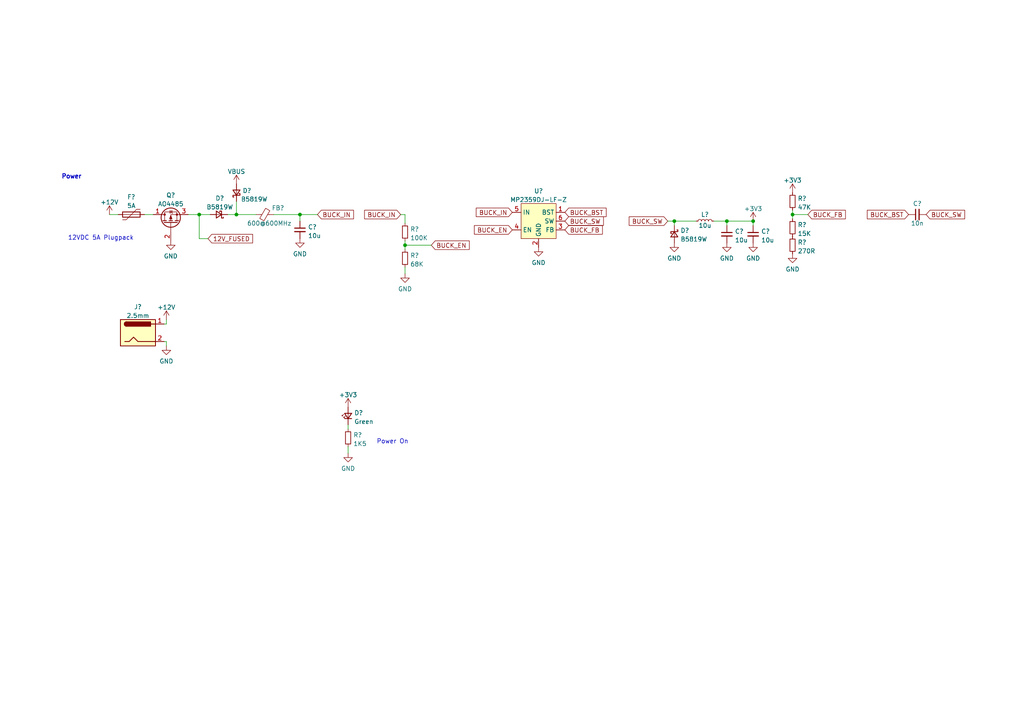
<source format=kicad_sch>
(kicad_sch (version 20211123) (generator eeschema)
  (paper "A4")
  (lib_symbols
    (symbol "Connector:Barrel_Jack" (pin_names (offset 1.016))
      (property "Reference" "J" (at 0 5.334 0))
      (property "Value" "Barrel_Jack" (at 0 -5.08 0))
      (symbol "Barrel_Jack_0_1"
        (rectangle (start -5.08 3.81) (end 5.08 -3.81) (stroke (width 0.254)) (fill (type background)))
        (arc (start -3.302 3.175) (mid -3.937 2.54) (end -3.302 1.905) (stroke (width 0.254)))
        (arc (start -3.302 3.175) (mid -3.937 2.54) (end -3.302 1.905) (stroke (width 0.254)) (fill (type outline)))
        (polyline (pts (xy 5.08 2.54) (xy 3.81 2.54)) (stroke (width 0.254)))
        (polyline (pts (xy -3.81 -2.54) (xy -2.54 -2.54) (xy -1.27 -1.27) (xy 0 -2.54) (xy 2.54 -2.54) (xy 5.08 -2.54)) (stroke (width 0.254)))
        (rectangle (start 3.683 3.175) (end -3.302 1.905) (stroke (width 0.254)) (fill (type outline)))
      )
      (symbol "Barrel_Jack_1_1"
        (pin passive line (at 7.62 2.54 180) (length 2.54) (name "~") (number "1"))
        (pin passive line (at 7.62 -2.54 180) (length 2.54) (name "~") (number "2"))
      )
    )
    (symbol "Device:C_Small" (pin_numbers hide) (pin_names (offset 0.254) hide)
      (property "Reference" "C" (at 0.254 1.778 0))
      (property "Value" "C_Small" (at 0.254 -2.032 0))
      (symbol "C_Small_0_1"
        (polyline (pts (xy -1.524 -0.508) (xy 1.524 -0.508)) (stroke (width 0.3302)))
        (polyline (pts (xy -1.524 0.508) (xy 1.524 0.508)) (stroke (width 0.3048)))
      )
      (symbol "C_Small_1_1"
        (pin passive line (at 0 2.54 270) (length 2.032) (name "~") (number "1"))
        (pin passive line (at 0 -2.54 90) (length 2.032) (name "~") (number "2"))
      )
    )
    (symbol "Device:D_Schottky_Small" (pin_numbers hide) (pin_names (offset 0.254) hide)
      (property "Reference" "D" (at -1.27 2.032 0))
      (property "Value" "D_Schottky_Small" (at -7.112 -2.032 0))
      (symbol "D_Schottky_Small_0_1"
        (polyline (pts (xy -0.762 0) (xy 0.762 0)))
        (polyline (pts (xy 0.762 -1.016) (xy -0.762 0) (xy 0.762 1.016) (xy 0.762 -1.016)) (stroke (width 0.254)))
        (polyline (pts (xy -1.27 0.762) (xy -1.27 1.016) (xy -0.762 1.016) (xy -0.762 -1.016) (xy -0.254 -1.016) (xy -0.254 -0.762)) (stroke (width 0.254)))
      )
      (symbol "D_Schottky_Small_1_1"
        (pin passive line (at -2.54 0 0) (length 1.778) (name "K") (number "1"))
        (pin passive line (at 2.54 0 180) (length 1.778) (name "A") (number "2"))
      )
    )
    (symbol "Device:FerriteBead_Small" (pin_numbers hide) (pin_names (offset 0))
      (property "Reference" "FB" (at 1.905 1.27 0))
      (property "Value" "FerriteBead_Small" (at 1.905 -1.27 0))
      (symbol "FerriteBead_Small_0_1"
        (polyline (pts (xy 0 -1.27) (xy 0 -0.7874)))
        (polyline (pts (xy 0 0.889) (xy 0 1.2954)))
        (polyline (pts (xy -1.8288 0.2794) (xy -1.1176 1.4986) (xy 1.8288 -0.2032) (xy 1.1176 -1.4224) (xy -1.8288 0.2794)))
      )
      (symbol "FerriteBead_Small_1_1"
        (pin passive line (at 0 2.54 270) (length 1.27) (name "~") (number "1"))
        (pin passive line (at 0 -2.54 90) (length 1.27) (name "~") (number "2"))
      )
    )
    (symbol "Device:LED_Small" (pin_numbers hide) (pin_names (offset 0.254) hide)
      (property "Reference" "D" (at -1.27 3.175 0))
      (property "Value" "LED_Small" (at -4.445 -2.54 0))
      (symbol "LED_Small_0_1"
        (polyline (pts (xy -0.762 -1.016) (xy -0.762 1.016)) (stroke (width 0.254)))
        (polyline (pts (xy 1.016 0) (xy -0.762 0)))
        (polyline (pts (xy 0.762 -1.016) (xy -0.762 0) (xy 0.762 1.016) (xy 0.762 -1.016)) (stroke (width 0.254)))
        (polyline (pts (xy 0 0.762) (xy -0.508 1.27) (xy -0.254 1.27) (xy -0.508 1.27) (xy -0.508 1.016)))
        (polyline (pts (xy 0.508 1.27) (xy 0 1.778) (xy 0.254 1.778) (xy 0 1.778) (xy 0 1.524)))
      )
      (symbol "LED_Small_1_1"
        (pin passive line (at -2.54 0 0) (length 1.778) (name "K") (number "1"))
        (pin passive line (at 2.54 0 180) (length 1.778) (name "A") (number "2"))
      )
    )
    (symbol "Device:L_Small" (pin_numbers hide) (pin_names (offset 0.254) hide)
      (property "Reference" "L" (at 0.762 1.016 0))
      (property "Value" "L_Small" (at 0.762 -1.016 0))
      (symbol "L_Small_0_1"
        (arc (start 0 -2.032) (mid 0.508 -1.524) (end 0 -1.016))
        (arc (start 0 -1.016) (mid 0.508 -0.508) (end 0 0))
        (arc (start 0 0) (mid 0.508 0.508) (end 0 1.016))
        (arc (start 0 1.016) (mid 0.508 1.524) (end 0 2.032))
      )
      (symbol "L_Small_1_1"
        (pin passive line (at 0 2.54 270) (length 0.508) (name "~") (number "1"))
        (pin passive line (at 0 -2.54 90) (length 0.508) (name "~") (number "2"))
      )
    )
    (symbol "Device:Q_PMOS_DGS" (pin_names (offset 0) hide)
      (property "Reference" "Q" (at 5.08 1.27 0))
      (property "Value" "Q_PMOS_DGS" (at 5.08 -1.27 0))
      (symbol "Q_PMOS_DGS_0_1"
        (polyline (pts (xy 0.254 0) (xy -2.54 0)))
        (polyline (pts (xy 0.254 1.905) (xy 0.254 -1.905)) (stroke (width 0.254)))
        (polyline (pts (xy 0.762 -1.27) (xy 0.762 -2.286)) (stroke (width 0.254)))
        (polyline (pts (xy 0.762 0.508) (xy 0.762 -0.508)) (stroke (width 0.254)))
        (polyline (pts (xy 0.762 2.286) (xy 0.762 1.27)) (stroke (width 0.254)))
        (polyline (pts (xy 2.54 2.54) (xy 2.54 1.778)))
        (polyline (pts (xy 2.54 -2.54) (xy 2.54 0) (xy 0.762 0)))
        (polyline (pts (xy 0.762 1.778) (xy 3.302 1.778) (xy 3.302 -1.778) (xy 0.762 -1.778)))
        (polyline (pts (xy 2.286 0) (xy 1.27 0.381) (xy 1.27 -0.381) (xy 2.286 0)) (fill (type outline)))
        (polyline (pts (xy 2.794 -0.508) (xy 2.921 -0.381) (xy 3.683 -0.381) (xy 3.81 -0.254)))
        (polyline (pts (xy 3.302 -0.381) (xy 2.921 0.254) (xy 3.683 0.254) (xy 3.302 -0.381)))
        (circle (center 1.651 0) (radius 2.794) (stroke (width 0.254)))
        (circle (center 2.54 -1.778) (radius 0.254) (fill (type outline)))
        (circle (center 2.54 1.778) (radius 0.254) (fill (type outline)))
      )
      (symbol "Q_PMOS_DGS_1_1"
        (pin passive line (at 2.54 5.08 270) (length 2.54) (name "D") (number "1"))
        (pin input line (at -5.08 0 0) (length 2.54) (name "G") (number "2"))
        (pin passive line (at 2.54 -5.08 90) (length 2.54) (name "S") (number "3"))
      )
    )
    (symbol "Device:R_Small" (pin_numbers hide) (pin_names (offset 0.254) hide)
      (property "Reference" "R" (at 0.762 0.508 0))
      (property "Value" "R_Small" (at 0.762 -1.016 0))
      (symbol "R_Small_0_1"
        (rectangle (start -0.762 1.778) (end 0.762 -1.778) (stroke (width 0.2032)))
      )
      (symbol "R_Small_1_1"
        (pin passive line (at 0 2.54 270) (length 0.762) (name "~") (number "1"))
        (pin passive line (at 0 -2.54 90) (length 0.762) (name "~") (number "2"))
      )
    )
    (symbol "MP2359DJ-LF-Z_2"
      (property "Reference" "U" (at 0 8.89 0))
      (property "Value" "MP2359DJ-LF-Z_2" (at 0 6.35 0))
      (symbol "MP2359DJ-LF-Z_2_0_1"
        (rectangle (start -5.08 5.08) (end 5.08 -5.08) (stroke (width 0.1524)) (fill (type background)))
      )
      (symbol "MP2359DJ-LF-Z_2_1_1"
        (pin power_in line (at 7.62 2.54 180) (length 2.54) (name "BST") (number "1"))
        (pin power_in line (at 0 -7.62 90) (length 2.54) (name "GND") (number "2"))
        (pin input line (at 7.62 -2.54 180) (length 2.54) (name "FB") (number "3"))
        (pin input line (at -7.62 -2.54 0) (length 2.54) (name "EN") (number "4"))
        (pin power_in line (at -7.62 2.54 0) (length 2.54) (name "IN") (number "5"))
        (pin power_out line (at 7.62 0 180) (length 2.54) (name "SW") (number "6"))
      )
    )
    (symbol "STR-Fuses:F1206HI8000V024TM" (pin_numbers hide) (pin_names (offset 0))
      (property "Reference" "F?" (at 0 5.0968 90))
      (property "Value" "F1206HI8000V024TM" (at 0 2.5599 90))
      (symbol "F1206HI8000V024TM_0_1"
        (rectangle (start -0.762 2.54) (end 0.762 -2.54) (stroke (width 0.254)))
        (polyline (pts (xy 0 2.54) (xy 0 -2.54)))
        (polyline (pts (xy -1.524 2.54) (xy -1.524 1.524) (xy 1.524 -1.524) (xy 1.524 -2.54)))
      )
      (symbol "F1206HI8000V024TM_1_1"
        (pin passive line (at 0 3.81 270) (length 1.27) (name "~") (number "1"))
        (pin passive line (at 0 -3.81 90) (length 1.27) (name "~") (number "2"))
      )
    )
    (symbol "power:+12V" (power) (pin_names (offset 0))
      (property "Value" "+12V" (at 0 3.556 0))
      (symbol "+12V_0_1"
        (polyline (pts (xy -0.762 1.27) (xy 0 2.54)))
        (polyline (pts (xy 0 0) (xy 0 2.54)))
        (polyline (pts (xy 0 2.54) (xy 0.762 1.27)))
      )
      (symbol "+12V_1_1"
        (pin power_in line (at 0 0 90) (length 0) hide (name "+12V") (number "1"))
      )
    )
    (symbol "power:+3.3V" (power) (pin_names (offset 0))
      (property "Value" "+3.3V" (at 0 3.556 0))
      (symbol "+3.3V_0_1"
        (polyline (pts (xy -0.762 1.27) (xy 0 2.54)))
        (polyline (pts (xy 0 0) (xy 0 2.54)))
        (polyline (pts (xy 0 2.54) (xy 0.762 1.27)))
      )
      (symbol "+3.3V_1_1"
        (pin power_in line (at 0 0 90) (length 0) hide (name "+3V3") (number "1"))
      )
    )
    (symbol "power:GND" (power) (pin_names (offset 0))
      (property "Value" "GND" (at 0 -3.81 0))
      (symbol "GND_0_1"
        (polyline (pts (xy 0 0) (xy 0 -1.27) (xy 1.27 -1.27) (xy 0 -2.54) (xy -1.27 -1.27) (xy 0 -1.27)))
      )
      (symbol "GND_1_1"
        (pin power_in line (at 0 0 270) (length 0) hide (name "GND") (number "1"))
      )
    )
    (symbol "power:VBUS" (power) (pin_names (offset 0))
      (property "Value" "VBUS" (at 0 3.81 0))
      (symbol "VBUS_0_1"
        (polyline (pts (xy -0.762 1.27) (xy 0 2.54)))
        (polyline (pts (xy 0 0) (xy 0 2.54)))
        (polyline (pts (xy 0 2.54) (xy 0.762 1.27)))
      )
      (symbol "VBUS_1_1"
        (pin power_in line (at 0 0 90) (length 0) hide (name "VBUS") (number "1"))
      )
    )
  )
  (junction (at 68.58 62.23))
  (junction (at 57.785 62.23))
  (junction (at 210.82 64.135))
  (junction (at 117.475 71.12))
  (junction (at 195.58 64.135))
  (junction (at 218.44 64.135))
  (junction (at 86.995 62.23))
  (junction (at 229.87 62.23))
  (wire (pts (xy 210.82 64.135) (xy 218.44 64.135)))
  (wire (pts (xy 48.26 93.98) (xy 48.26 92.71)))
  (wire (pts (xy 86.995 62.23) (xy 86.995 64.135)))
  (wire (pts (xy 116.205 62.23) (xy 117.475 62.23)))
  (wire (pts (xy 54.61 62.23) (xy 57.785 62.23)))
  (wire (pts (xy 79.375 62.23) (xy 86.995 62.23)))
  (wire (pts (xy 229.87 62.23) (xy 234.315 62.23)))
  (wire (pts (xy 210.82 64.135) (xy 210.82 65.405)))
  (wire (pts (xy 117.475 71.12) (xy 117.475 72.39)))
  (wire (pts (xy 41.91 62.23) (xy 44.45 62.23)))
  (wire (pts (xy 57.785 69.215) (xy 60.325 69.215)))
  (wire (pts (xy 218.44 64.135) (xy 218.44 65.405)))
  (wire (pts (xy 47.625 99.06) (xy 48.26 99.06)))
  (wire (pts (xy 117.475 77.47) (xy 117.475 79.375)))
  (wire (pts (xy 66.04 62.23) (xy 68.58 62.23)))
  (wire (pts (xy 117.475 71.12) (xy 125.095 71.12)))
  (wire (pts (xy 117.475 69.85) (xy 117.475 71.12)))
  (wire (pts (xy 229.87 60.96) (xy 229.87 62.23)))
  (wire (pts (xy 195.58 64.135) (xy 201.93 64.135)))
  (wire (pts (xy 117.475 62.23) (xy 117.475 64.77)))
  (wire (pts (xy 57.785 62.23) (xy 60.96 62.23)))
  (wire (pts (xy 207.01 64.135) (xy 210.82 64.135)))
  (wire (pts (xy 195.58 64.135) (xy 195.58 65.405)))
  (wire (pts (xy 86.995 62.23) (xy 92.075 62.23)))
  (wire (pts (xy 229.87 62.23) (xy 229.87 63.5)))
  (wire (pts (xy 68.58 62.23) (xy 74.295 62.23)))
  (wire (pts (xy 47.625 93.98) (xy 48.26 93.98)))
  (wire (pts (xy 57.785 62.23) (xy 57.785 69.215)))
  (wire (pts (xy 48.26 99.06) (xy 48.26 100.33)))
  (wire (pts (xy 31.75 62.23) (xy 34.29 62.23)))
  (wire (pts (xy 193.675 64.135) (xy 195.58 64.135)))
  (wire (pts (xy 100.965 129.54) (xy 100.965 131.445)))
  (wire (pts (xy 100.965 123.19) (xy 100.965 124.46)))
  (wire (pts (xy 68.58 58.42) (xy 68.58 62.23)))
  (text "Power On" (at 109.22 128.905 0) (effects (font (size 1.27 1.27)) (justify left bottom)))
  (text "Power" (at 17.78 52.07 0) (effects (font (size 1.27 1.27) (thickness 0.254) bold) (justify left bottom)))
  (text "12VDC 5A Plugpack" (at 19.685 69.85 0) (effects (font (size 1.27 1.27)) (justify left bottom)))
  (global_label "BUCK_IN" (shape input) (at 148.59 61.595 180) (property "Intersheet References" "${INTERSHEET_REFS}" (effects hide)))
  (global_label "BUCK_FB" (shape input) (at 234.315 62.23 0) (property "Intersheet References" "${INTERSHEET_REFS}" (effects hide)))
  (global_label "BUCK_IN" (shape input) (at 92.075 62.23 0) (property "Intersheet References" "${INTERSHEET_REFS}" (effects hide)))
  (global_label "BUCK_EN" (shape input) (at 125.095 71.12 0) (property "Intersheet References" "${INTERSHEET_REFS}" (effects hide)))
  (global_label "12V_FUSED" (shape input) (at 60.325 69.215 0) (property "Intersheet References" "${INTERSHEET_REFS}" (effects hide)))
  (global_label "BUCK_EN" (shape input) (at 148.59 66.675 180) (property "Intersheet References" "${INTERSHEET_REFS}" (effects hide)))
  (global_label "BUCK_FB" (shape input) (at 163.83 66.675 0) (property "Intersheet References" "${INTERSHEET_REFS}" (effects hide)))
  (global_label "BUCK_BST" (shape input) (at 163.83 61.595 0) (property "Intersheet References" "${INTERSHEET_REFS}" (effects hide)))
  (global_label "BUCK_SW" (shape input) (at 163.83 64.135 0) (property "Intersheet References" "${INTERSHEET_REFS}" (effects hide)))
  (global_label "BUCK_BST" (shape input) (at 263.525 62.23 180) (property "Intersheet References" "${INTERSHEET_REFS}" (effects hide)))
  (global_label "BUCK_IN" (shape input) (at 116.205 62.23 180) (property "Intersheet References" "${INTERSHEET_REFS}" (effects hide)))
  (global_label "BUCK_SW" (shape input) (at 193.675 64.135 180) (property "Intersheet References" "${INTERSHEET_REFS}" (effects hide)))
  (global_label "BUCK_SW" (shape input) (at 268.605 62.23 0) (property "Intersheet References" "${INTERSHEET_REFS}" (effects hide)))
  (symbol (lib_id "power:GND") (at 86.995 69.215 0) (unit 1)
    (property "Reference" "#PWR?" (effects hide))
    (property "Value" "GND" (at 86.995 73.6584 0))
  )
  (symbol (lib_id "Device:LED_Small") (at 100.965 120.65 90) (unit 1)
    (property "Reference" "D?" (at 102.743 119.7518 90) (effects (justify right)))
    (property "Value" "Green" (at 102.743 122.2887 90) (effects (justify right)))
  )
  (symbol (lib_id "power:GND") (at 100.965 131.445 0) (unit 1)
    (property "Reference" "#PWR?" (effects hide))
    (property "Value" "GND" (at 100.965 135.8884 0))
  )
  (symbol (lib_id "power:GND") (at 156.21 71.755 0) (unit 1)
    (property "Reference" "#PWR?" (effects hide))
    (property "Value" "GND" (at 156.21 76.1984 0))
  )
  (symbol (lib_id "Device:L_Small") (at 204.47 64.135 90) (unit 1)
    (property "Reference" "L?" (at 204.47 62.23 90))
    (property "Value" "10u" (at 204.47 65.405 90))
  )
  (symbol (lib_id "Device:R_Small") (at 229.87 71.12 0) (unit 1)
    (property "Reference" "R?" (at 231.3686 70.2853 0) (effects (justify left)))
    (property "Value" "270R" (at 231.3686 72.8222 0) (effects (justify left)))
  )
  (symbol (lib_id "Device:C_Small") (at 86.995 66.675 0) (unit 1)
    (property "Reference" "C?" (at 89.3191 65.8466 0) (effects (justify left)))
    (property "Value" "10u" (at 89.3191 68.3835 0) (effects (justify left)))
  )
  (symbol (lib_id "Device:R_Small") (at 229.87 66.04 0) (unit 1)
    (property "Reference" "R?" (at 231.3686 65.2053 0) (effects (justify left)))
    (property "Value" "15K" (at 231.3686 67.7422 0) (effects (justify left)))
  )
  (symbol (lib_id "power:+3.3V") (at 229.87 55.88 0) (unit 1)
    (property "Reference" "#PWR?" (effects hide))
    (property "Value" "+3.3V" (at 229.87 52.3042 0))
  )
  (symbol (lib_id "power:GND") (at 48.26 100.33 0) (unit 1)
    (property "Reference" "#PWR?" (effects hide))
    (property "Value" "GND" (at 48.26 104.7734 0))
  )
  (symbol (lib_id "Device:C_Small") (at 218.44 67.945 0) (unit 1)
    (property "Reference" "C?" (at 220.7641 67.1166 0) (effects (justify left)))
    (property "Value" "10u" (at 220.7641 69.6535 0) (effects (justify left)))
  )
  (symbol (lib_id "power:+12V") (at 31.75 62.23 0) (unit 1)
    (property "Reference" "#PWR?" (effects hide))
    (property "Value" "+12V" (at 31.75 58.6542 0))
  )
  (symbol (lib_id "Device:Q_PMOS_DGS") (at 49.53 64.77 90) (unit 1)
    (property "Reference" "Q?" (at 49.53 56.6252 90))
    (property "Value" "AO4485" (at 49.53 59.1621 90))
  )
  (symbol (lib_id "Device:R_Small") (at 117.475 67.31 0) (unit 1)
    (property "Reference" "R?" (at 118.9736 66.4753 0) (effects (justify left)))
    (property "Value" "100K" (at 118.9736 69.0122 0) (effects (justify left)))
  )
  (symbol (lib_id "Device:R_Small") (at 117.475 74.93 0) (unit 1)
    (property "Reference" "R?" (at 118.9736 74.0953 0) (effects (justify left)))
    (property "Value" "68K" (at 118.9736 76.6322 0) (effects (justify left)))
  )
  (symbol (lib_id "Device:D_Schottky_Small") (at 195.58 67.945 270) (unit 1)
    (property "Reference" "D?" (at 197.358 66.8563 90) (effects (justify left)))
    (property "Value" "B5819W" (at 197.358 69.3932 90) (effects (justify left)))
    (property "S1PN" "C8598" (effects hide))
    (property "S1PNL" "https://lcsc.com/product-detail/Schottky-Barrier-Diodes-SBD_Jiangsu-Changjing-Electronics-Technology-Co-Ltd-B5819W-SL_C8598.html" (effects hide))
  )
  (symbol (lib_id "Connector:Barrel_Jack") (at 40.005 96.52 0) (unit 1)
    (property "Reference" "J?" (at 40.005 89.0102 0))
    (property "Value" "2.5mm" (at 40.005 91.5471 0))
  )
  (symbol (lib_name "MP2359DJ-LF-Z_2") (lib_id "STR-DCDC:MP2359DJ-LF-Z") (at 156.21 64.135 0) (unit 1)
    (property "Reference" "U?" (at 156.21 55.406 0))
    (property "Value" "MP2359DJ-LF-Z" (at 156.21 57.9429 0))
    (property "Footprint" "Package_TO_SOT_SMD:SOT-23-6" (effects hide))
    (property "Datasheet" "https://datasheet.lcsc.com/lcsc/2201241030_TECH-PUBLIC-TPMP2359DJ_C2959845.pdf" (effects hide))
  )
  (symbol (lib_id "power:+3.3V") (at 218.44 64.135 0) (unit 1)
    (property "Reference" "#PWR?" (effects hide))
    (property "Value" "+3.3V" (at 218.44 60.5592 0))
  )
  (symbol (lib_id "power:GND") (at 218.44 70.485 0) (unit 1)
    (property "Reference" "#PWR?" (effects hide))
    (property "Value" "GND" (at 218.44 74.9284 0))
  )
  (symbol (lib_id "Device:C_Small") (at 266.065 62.23 90) (unit 1)
    (property "Reference" "C?" (at 266.065 59.055 90))
    (property "Value" "10n" (at 266.065 64.77 90))
  )
  (symbol (lib_id "Device:FerriteBead_Small") (at 76.835 62.23 90) (unit 1)
    (property "Reference" "FB?" (at 80.645 60.325 90))
    (property "Value" "600@600MHz" (at 78.105 64.77 90))
    (property "S1PN" "C1017" (effects hide))
    (property "S1PNL" "https://lcsc.com/product-detail/Ferrite-Beads_Sunlord-GZ2012D601TF_C1017.html" (effects hide))
  )
  (symbol (lib_id "Device:D_Schottky_Small") (at 68.58 55.88 90) (unit 1)
    (property "Reference" "D?" (at 70.358 55.2993 90) (effects (justify right)))
    (property "Value" "B5819W" (at 69.85 57.785 90) (effects (justify right)))
    (property "S1PN" "C8598" (effects hide))
    (property "S1PNL" "https://lcsc.com/product-detail/Schottky-Barrier-Diodes-SBD_Jiangsu-Changjing-Electronics-Technology-Co-Ltd-B5819W-SL_C8598.html" (effects hide))
  )
  (symbol (lib_id "power:GND") (at 229.87 73.66 0) (unit 1)
    (property "Reference" "#PWR?" (effects hide))
    (property "Value" "GND" (at 229.87 78.1034 0))
  )
  (symbol (lib_id "Device:D_Schottky_Small") (at 63.5 62.23 180) (unit 1)
    (property "Reference" "D?" (at 63.754 57.5142 0))
    (property "Value" "B5819W" (at 63.754 60.0511 0))
    (property "S1PN" "C8598" (effects hide))
    (property "S1PNL" "https://lcsc.com/product-detail/Schottky-Barrier-Diodes-SBD_Jiangsu-Changjing-Electronics-Technology-Co-Ltd-B5819W-SL_C8598.html" (effects hide))
  )
  (symbol (lib_id "STR-Fuses:F1206HI8000V024TM") (at 38.1 62.23 90) (unit 1)
    (property "Reference" "F?" (at 38.1 57.1332 90))
    (property "Value" "5A" (at 38.1 59.6701 90))
    (property "Footprint" "Fuse:Fuse_1206_3216Metric" (effects hide))
    (property "Description" "80A SMD Ceramic Fuse 8A 60 9mΩ 1206 Fuses ROHS" (effects hide))
    (property "MFN" "AEM" (effects hide))
    (property "S1PN" "C242477" (effects hide))
    (property "MFPN" "F1206HI8000V024TM" (effects hide))
    (property "DataSheet Link" "https://datasheet.lcsc.com/lcsc/1811121821_AEM-F1206HI8000V024TM_C242477.pdf" (effects hide))
    (property "S1PNL" "https://www.lcsc.com/product-detail/Fuses_AEM-F1206HI8000V024TM_C242477.html" (effects hide))
  )
  (symbol (lib_id "Device:R_Small") (at 100.965 127 0) (unit 1)
    (property "Reference" "R?" (at 102.4636 126.1653 0) (effects (justify left)))
    (property "Value" "1K5" (at 102.4636 128.7022 0) (effects (justify left)))
  )
  (symbol (lib_id "power:VBUS") (at 68.58 53.34 0) (unit 1)
    (property "Reference" "#PWR?" (effects hide))
    (property "Value" "VBUS" (at 68.58 49.7642 0))
  )
  (symbol (lib_id "power:GND") (at 49.53 69.85 0) (unit 1)
    (property "Reference" "#PWR?" (effects hide))
    (property "Value" "GND" (at 49.53 74.2934 0))
  )
  (symbol (lib_id "Device:R_Small") (at 229.87 58.42 0) (unit 1)
    (property "Reference" "R?" (at 231.3686 57.5853 0) (effects (justify left)))
    (property "Value" "47K" (at 231.3686 60.1222 0) (effects (justify left)))
  )
  (symbol (lib_id "Device:C_Small") (at 210.82 67.945 0) (unit 1)
    (property "Reference" "C?" (at 213.1441 67.1166 0) (effects (justify left)))
    (property "Value" "10u" (at 213.1441 69.6535 0) (effects (justify left)))
  )
  (symbol (lib_id "power:GND") (at 210.82 70.485 0) (unit 1)
    (property "Reference" "#PWR?" (effects hide))
    (property "Value" "GND" (at 210.82 74.9284 0))
  )
  (symbol (lib_id "power:GND") (at 117.475 79.375 0) (unit 1)
    (property "Reference" "#PWR?" (effects hide))
    (property "Value" "GND" (at 117.475 83.8184 0))
  )
  (symbol (lib_id "power:GND") (at 195.58 70.485 0) (unit 1)
    (property "Reference" "#PWR?" (effects hide))
    (property "Value" "GND" (at 195.58 74.9284 0))
  )
  (symbol (lib_id "power:+3.3V") (at 100.965 118.11 0) (unit 1)
    (property "Reference" "#PWR?" (effects hide))
    (property "Value" "+3.3V" (at 100.965 114.5342 0))
  )
  (symbol (lib_id "power:+12V") (at 48.26 92.71 0) (unit 1)
    (property "Reference" "#PWR?" (effects hide))
    (property "Value" "+12V" (at 48.26 89.1342 0))
  )
)
</source>
